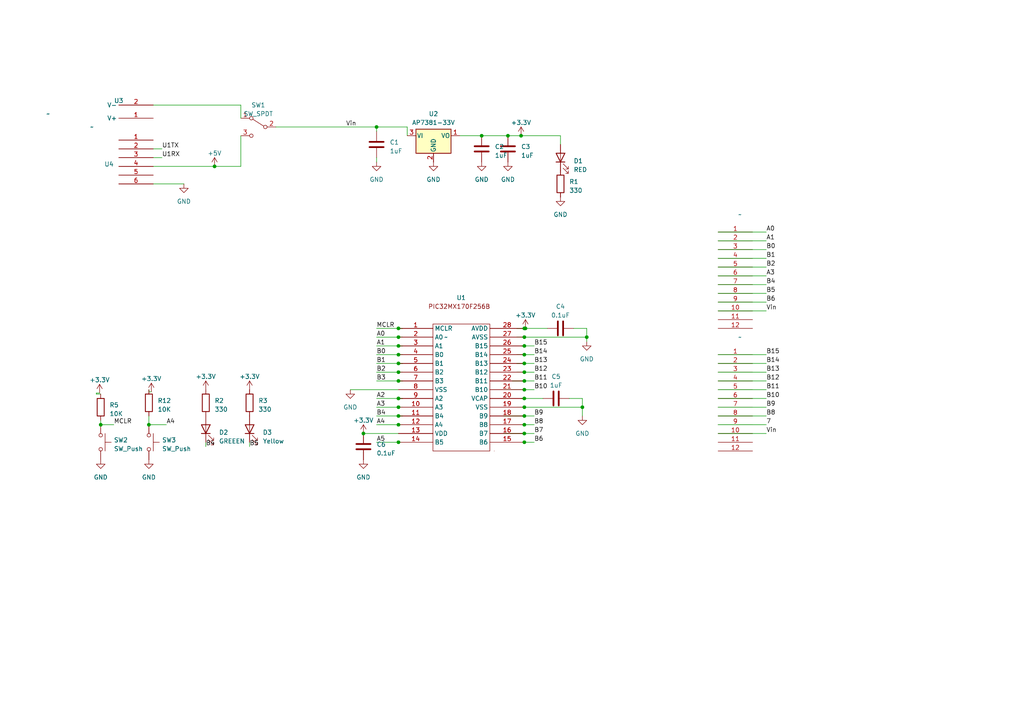
<source format=kicad_sch>
(kicad_sch (version 20230121) (generator eeschema)
  (paper "A4")
  (lib_symbols
    (symbol "Device:C" (pin_numbers hide) (pin_names (offset 0.254))
      (property "Reference" "C" (at 0.635 2.54 0))
      (property "Value" "C" (at 0.635 -2.54 0))
      (symbol "C_0_1"
        (polyline (pts (xy -2.032 -0.762) (xy 2.032 -0.762)) (stroke (width 0.508)))
        (polyline (pts (xy -2.032 0.762) (xy 2.032 0.762)) (stroke (width 0.508)))
      )
      (symbol "C_1_1"
        (pin passive line (at 0 3.81 270) (length 2.794) (name "~") (number "1"))
        (pin passive line (at 0 -3.81 90) (length 2.794) (name "~") (number "2"))
      )
    )
    (symbol "Device:LED" (pin_numbers hide) (pin_names (offset 1.016) hide)
      (property "Reference" "D" (at 0 2.54 0))
      (property "Value" "LED" (at 0 -2.54 0))
      (symbol "LED_0_1"
        (polyline (pts (xy -1.27 -1.27) (xy -1.27 1.27)) (stroke (width 0.254)))
        (polyline (pts (xy -1.27 0) (xy 1.27 0)))
        (polyline (pts (xy 1.27 -1.27) (xy 1.27 1.27) (xy -1.27 0) (xy 1.27 -1.27)) (stroke (width 0.254)))
        (polyline (pts (xy -3.048 -0.762) (xy -4.572 -2.286) (xy -3.81 -2.286) (xy -4.572 -2.286) (xy -4.572 -1.524)))
        (polyline (pts (xy -1.778 -0.762) (xy -3.302 -2.286) (xy -2.54 -2.286) (xy -3.302 -2.286) (xy -3.302 -1.524)))
      )
      (symbol "LED_1_1"
        (pin passive line (at -3.81 0 0) (length 2.54) (name "K") (number "1"))
        (pin passive line (at 3.81 0 180) (length 2.54) (name "A") (number "2"))
      )
    )
    (symbol "Device:R" (pin_numbers hide) (pin_names (offset 0))
      (property "Reference" "R" (at 2.032 0 90))
      (property "Value" "R" (at 0 0 90))
      (symbol "R_0_1"
        (rectangle (start -1.016 -2.54) (end 1.016 2.54) (stroke (width 0.254)))
      )
      (symbol "R_1_1"
        (pin passive line (at 0 3.81 270) (length 1.27) (name "~") (number "1"))
        (pin passive line (at 0 -3.81 90) (length 1.27) (name "~") (number "2"))
      )
    )
    (symbol "Switch:SW_Push" (pin_numbers hide) (pin_names (offset 1.016) hide)
      (property "Reference" "SW" (at 1.27 2.54 0))
      (property "Value" "SW_Push" (at 0 -1.524 0))
      (symbol "SW_Push_0_1"
        (circle (center -2.032 0) (radius 0.508))
        (polyline (pts (xy 0 1.27) (xy 0 3.048)))
        (polyline (pts (xy 2.54 1.27) (xy -2.54 1.27)))
        (circle (center 2.032 0) (radius 0.508))
        (pin passive line (at -5.08 0 0) (length 2.54) (name "1") (number "1"))
        (pin passive line (at 5.08 0 180) (length 2.54) (name "2") (number "2"))
      )
    )
    (symbol "Switch:SW_SPDT" (pin_names (offset 0) hide)
      (property "Reference" "SW" (at 0 4.318 0))
      (property "Value" "SW_SPDT" (at 0 -5.08 0))
      (symbol "SW_SPDT_0_0"
        (circle (center -2.032 0) (radius 0.508))
        (circle (center 2.032 -2.54) (radius 0.508))
      )
      (symbol "SW_SPDT_0_1"
        (polyline (pts (xy -1.524 0.254) (xy 1.651 2.286)))
        (circle (center 2.032 2.54) (radius 0.508))
      )
      (symbol "SW_SPDT_1_1"
        (pin passive line (at 5.08 2.54 180) (length 2.54) (name "A") (number "1"))
        (pin passive line (at -5.08 0 0) (length 2.54) (name "B") (number "2"))
        (pin passive line (at 5.08 -2.54 180) (length 2.54) (name "C") (number "3"))
      )
    )
    (symbol "pic:AP7381-33V" (pin_names (offset 0.254))
      (property "Reference" "U" (at -3.81 3.175 0))
      (property "Value" "AP7381-33V" (at 0 3.175 0))
      (symbol "AP7381-33V_0_1"
        (rectangle (start -5.08 1.905) (end 5.08 -5.08) (stroke (width 0.254)) (fill (type background)))
      )
      (symbol "AP7381-33V_1_1"
        (pin power_out line (at 7.62 0 180) (length 2.54) (name "VO") (number "1"))
        (pin power_in line (at 0 -7.62 90) (length 2.54) (name "GND") (number "2"))
        (pin power_in line (at -7.62 0 0) (length 2.54) (name "VI") (number "3"))
      )
    )
    (symbol "pic:Battery"
      (property "Reference" "U" (at 0 0 0))
      (symbol "Battery_1_1"
        (pin input line (at -17.78 -2.54 0) (length 10) (name "V+") (number "1"))
        (pin input line (at -17.78 -6.35 0) (length 10) (name "V-") (number "2"))
      )
    )
    (symbol "pic:C" (pin_numbers hide) (pin_names (offset 0.254))
      (property "Reference" "C" (at 0.635 2.54 0))
      (property "Value" "C" (at 0.635 -2.54 0))
      (symbol "C_0_1"
        (polyline (pts (xy -2.032 -0.762) (xy 2.032 -0.762)) (stroke (width 0.508)))
        (polyline (pts (xy -2.032 0.762) (xy 2.032 0.762)) (stroke (width 0.508)))
      )
      (symbol "C_1_1"
        (pin passive line (at 0 3.81 270) (length 2.794) (name "~") (number "1"))
        (pin passive line (at 0 -3.81 90) (length 2.794) (name "~") (number "2"))
      )
    )
    (symbol "pic:CP2102"
      (property "Reference" "U" (at 0 0 0))
      (symbol "CP2102_1_1"
        (pin input line (at -30.48 -7.62 0) (length 10) (name "") (number "1"))
        (pin input line (at -30.48 -10.16 0) (length 10) (name "") (number "2"))
        (pin input line (at -30.48 -12.7 0) (length 10) (name "") (number "3"))
        (pin input line (at -30.48 -15.24 0) (length 10) (name "") (number "4"))
        (pin input line (at -30.48 -17.78 0) (length 10) (name "") (number "5"))
        (pin input line (at -30.48 -20.32 0) (length 10) (name "") (number "6"))
      )
    )
    (symbol "pic:GND" (power) (pin_names (offset 0))
      (property "Value" "GND" (at 0 -3.81 0))
      (symbol "GND_0_1"
        (polyline (pts (xy 0 0) (xy 0 -1.27) (xy 1.27 -1.27) (xy 0 -2.54) (xy -1.27 -1.27) (xy 0 -1.27)))
      )
      (symbol "GND_1_1"
        (pin power_in line (at 0 0 270) (length 0) hide (name "GND") (number "1"))
      )
    )
    (symbol "pic:PIC32MX170"
      (property "Reference" "U" (at 1.11 19.05 0))
      (symbol "PIC32MX170_0_1"
        (rectangle (start -7.78 17.78) (end 8.73 -19.05))
        (rectangle (start 10 -19.05) (end 10 -19.05))
      )
      (symbol "PIC32MX170_1_1"
        (text "PIC32MX170F256B" (at -0.16 22.86 0) (effects (font (size 1.27 1.27))))
        (pin input line (at -17.78 16.51 0) (length 10) (name "MCLR") (number "1"))
        (pin input line (at -17.78 -6.35 0) (length 10) (name "A3") (number "10"))
        (pin input line (at -17.78 -8.89 0) (length 10) (name "B4") (number "11"))
        (pin input line (at -17.78 -11.43 0) (length 10) (name "A4") (number "12"))
        (pin input line (at -17.78 -13.97 0) (length 10) (name "VDD") (number "13"))
        (pin input line (at -17.78 -16.51 0) (length 10) (name "B5") (number "14"))
        (pin input line (at 18.73 -16.51 180) (length 10) (name "B6") (number "15"))
        (pin input line (at 18.73 -13.97 180) (length 10) (name "B7") (number "16"))
        (pin input line (at 18.73 -11.43 180) (length 10) (name "B8") (number "17"))
        (pin input line (at 18.73 -8.89 180) (length 10) (name "B9") (number "18"))
        (pin input line (at 18.73 -6.35 180) (length 10) (name "VSS") (number "19"))
        (pin input line (at -17.78 13.97 0) (length 10) (name "A0") (number "2"))
        (pin input line (at 18.73 -3.81 180) (length 10) (name "VCAP") (number "20"))
        (pin input line (at 18.73 -1.27 180) (length 10) (name "B10") (number "21"))
        (pin input line (at 18.73 1.27 180) (length 10) (name "B11") (number "22"))
        (pin input line (at 18.73 3.81 180) (length 10) (name "B12") (number "23"))
        (pin input line (at 18.73 6.35 180) (length 10) (name "B13") (number "24"))
        (pin input line (at 18.73 8.89 180) (length 10) (name "B14") (number "25"))
        (pin input line (at 18.73 11.43 180) (length 10) (name "B15") (number "26"))
        (pin input line (at 18.73 13.97 180) (length 10) (name "AVSS") (number "27"))
        (pin input line (at 18.73 16.51 180) (length 10) (name "AVDD") (number "28"))
        (pin input line (at -17.78 11.43 0) (length 10) (name "A1") (number "3"))
        (pin input line (at -17.78 8.89 0) (length 10) (name "B0") (number "4"))
        (pin input line (at -17.78 6.35 0) (length 10) (name "B1") (number "5"))
        (pin input line (at -17.78 3.81 0) (length 10) (name "B2") (number "6"))
        (pin input line (at -17.78 1.27 0) (length 10) (name "B3") (number "7"))
        (pin input line (at -17.78 -1.27 0) (length 10) (name "VSS") (number "8"))
        (pin input line (at -17.78 -3.81 0) (length 10) (name "A2") (number "9"))
      )
    )
    (symbol "pic:Right"
      (property "Reference" "U" (at 0 0 0))
      (symbol "Right_0_0"
        (text "" (at 18.415 -9.525 0) (effects (font (size 1.27 1.27))))
      )
      (symbol "Right_1_1"
        (pin input line (at -6.35 -5.08 0) (length 10) (name "") (number "1"))
        (pin input line (at -6.35 -27.94 0) (length 10) (name "") (number "10"))
        (pin input line (at -6.35 -30.48 0) (length 10) (name "") (number "11"))
        (pin input line (at -6.35 -33.02 0) (length 10) (name "") (number "12"))
        (pin input line (at -6.35 -7.62 0) (length 10) (name "") (number "2"))
        (pin input line (at -6.35 -10.16 0) (length 10) (name "") (number "3"))
        (pin input line (at -6.35 -12.7 0) (length 10) (name "") (number "4"))
        (pin input line (at -6.35 -15.24 0) (length 10) (name "") (number "5"))
        (pin input line (at -6.35 -17.78 0) (length 10) (name "") (number "6"))
        (pin input line (at -6.35 -20.32 0) (length 10) (name "") (number "7"))
        (pin input line (at -6.35 -22.86 0) (length 10) (name "") (number "8"))
        (pin input line (at -6.35 -25.4 0) (length 10) (name "") (number "9"))
      )
    )
    (symbol "power:+3.3V" (power) (pin_names (offset 0))
      (property "Value" "+3.3V" (at 0 3.556 0))
      (symbol "+3.3V_0_1"
        (polyline (pts (xy -0.762 1.27) (xy 0 2.54)))
        (polyline (pts (xy 0 0) (xy 0 2.54)))
        (polyline (pts (xy 0 2.54) (xy 0.762 1.27)))
      )
      (symbol "+3.3V_1_1"
        (pin power_in line (at 0 0 90) (length 0) hide (name "+3.3V") (number "1"))
      )
    )
    (symbol "power:+5V" (power) (pin_names (offset 0))
      (property "Value" "+5V" (at 0 3.556 0))
      (symbol "+5V_0_1"
        (polyline (pts (xy -0.762 1.27) (xy 0 2.54)))
        (polyline (pts (xy 0 0) (xy 0 2.54)))
        (polyline (pts (xy 0 2.54) (xy 0.762 1.27)))
      )
      (symbol "+5V_1_1"
        (pin power_in line (at 0 0 90) (length 0) hide (name "+5V") (number "1"))
      )
    )
  )
  (junction (at 152.08 120.65))
  (junction (at 152.08 97.79))
  (junction (at 105.41 125.73))
  (junction (at 152.08 113.03))
  (junction (at 139.7 39.37))
  (junction (at 152.08 118.11))
  (junction (at 147.32 39.37))
  (junction (at 115.57 107.95))
  (junction (at 115.57 120.65))
  (junction (at 115.57 128.27))
  (junction (at 115.57 123.19))
  (junction (at 115.57 118.11))
  (junction (at 152.08 123.19))
  (junction (at 152.08 115.57))
  (junction (at 115.57 97.79))
  (junction (at 115.57 115.57))
  (junction (at 115.57 100.33))
  (junction (at 152.08 107.95))
  (junction (at 151.13 39.37))
  (junction (at 152.4 95.25))
  (junction (at 43.18 123.19))
  (junction (at 109.22 36.83))
  (junction (at 152.08 102.87))
  (junction (at 152.08 105.41))
  (junction (at 62.23 48.26))
  (junction (at 115.57 102.87))
  (junction (at 170.18 97.79))
  (junction (at 152.08 125.73))
  (junction (at 115.57 95.25))
  (junction (at 168.91 118.11))
  (junction (at 152.08 95.25))
  (junction (at 152.08 100.33))
  (junction (at 115.57 110.49))
  (junction (at 115.57 105.41))
  (junction (at 152.08 110.49))
  (junction (at 29.21 123.19))
  (junction (at 152.08 128.27))
  (wire (pts (xy 44.45 43.18) (xy 46.99 43.18)))
  (wire (pts (xy 152.08 128.27) (xy 154.94 128.27)))
  (wire (pts (xy 149.86 118.11) (xy 152.08 118.11)))
  (wire (pts (xy 152.08 100.33) (xy 154.94 100.33)))
  (wire (pts (xy 152.08 125.73) (xy 154.94 125.73)))
  (wire (pts (xy 44.45 53.34) (xy 53.34 53.34)))
  (wire (pts (xy 208.28 123.19) (xy 222.25 123.19)))
  (wire (pts (xy 166.37 95.25) (xy 170.18 95.25)))
  (wire (pts (xy 148.59 110.49) (xy 152.08 110.49)))
  (wire (pts (xy 109.22 45.72) (xy 109.22 46.99)))
  (wire (pts (xy 208.28 87.63) (xy 222.25 87.63)))
  (wire (pts (xy 109.22 105.41) (xy 115.57 105.41)))
  (wire (pts (xy 27.94 114.3) (xy 27.94 114.0028)))
  (wire (pts (xy 208.28 102.87) (xy 222.25 102.87)))
  (wire (pts (xy 152.08 97.79) (xy 170.18 97.79)))
  (wire (pts (xy 44.45 45.72) (xy 46.99 45.72)))
  (wire (pts (xy 115.57 120.65) (xy 116.84 120.65)))
  (wire (pts (xy 115.57 102.87) (xy 116.84 102.87)))
  (wire (pts (xy 48.26 123.19) (xy 43.18 123.19)))
  (wire (pts (xy 208.28 67.31) (xy 222.25 67.31)))
  (wire (pts (xy 109.22 128.27) (xy 115.57 128.27)))
  (wire (pts (xy 109.22 100.33) (xy 115.57 100.33)))
  (wire (pts (xy 69.85 48.26) (xy 69.85 39.37)))
  (wire (pts (xy 151.13 115.57) (xy 152.08 115.57)))
  (wire (pts (xy 27.94 114.0028) (xy 28.8867 114.0028)))
  (wire (pts (xy 105.41 125.73) (xy 115.57 125.73)))
  (wire (pts (xy 109.22 36.83) (xy 109.22 38.1)))
  (wire (pts (xy 109.22 102.87) (xy 115.57 102.87)))
  (wire (pts (xy 208.28 125.73) (xy 222.25 125.73)))
  (wire (pts (xy 208.28 90.17) (xy 222.25 90.17)))
  (wire (pts (xy 115.57 95.25) (xy 116.84 95.25)))
  (wire (pts (xy 208.28 105.41) (xy 222.25 105.41)))
  (wire (pts (xy 208.28 113.03) (xy 222.25 113.03)))
  (wire (pts (xy 115.57 107.95) (xy 116.84 107.95)))
  (wire (pts (xy 152.08 102.87) (xy 154.94 102.87)))
  (wire (pts (xy 152.08 110.49) (xy 154.94 110.49)))
  (wire (pts (xy 165.1 115.57) (xy 168.91 115.57)))
  (wire (pts (xy 115.57 97.79) (xy 116.84 97.79)))
  (wire (pts (xy 146.05 123.19) (xy 152.08 123.19)))
  (wire (pts (xy 43.18 113.03) (xy 43.18 113.6618)))
  (wire (pts (xy 170.18 97.79) (xy 170.18 99.06)))
  (wire (pts (xy 162.56 39.37) (xy 162.56 41.91)))
  (wire (pts (xy 109.22 118.11) (xy 115.57 118.11)))
  (wire (pts (xy 146.05 128.27) (xy 152.08 128.27)))
  (wire (pts (xy 29.21 114.3) (xy 27.94 114.3)))
  (wire (pts (xy 152.4 95.25) (xy 158.75 95.25)))
  (wire (pts (xy 29.21 121.92) (xy 29.21 123.19)))
  (wire (pts (xy 152.08 123.19) (xy 154.94 123.19)))
  (wire (pts (xy 109.22 95.25) (xy 115.57 95.25)))
  (wire (pts (xy 146.05 125.73) (xy 152.08 125.73)))
  (wire (pts (xy 208.28 80.01) (xy 222.25 80.01)))
  (wire (pts (xy 109.22 110.49) (xy 115.57 110.49)))
  (wire (pts (xy 208.28 85.09) (xy 222.25 85.09)))
  (wire (pts (xy 33.02 123.19) (xy 29.21 123.19)))
  (wire (pts (xy 152.08 107.95) (xy 154.94 107.95)))
  (wire (pts (xy 208.28 110.49) (xy 222.25 110.49)))
  (wire (pts (xy 101.6 113.03) (xy 115.57 113.03)))
  (wire (pts (xy 152.08 115.57) (xy 157.48 115.57)))
  (wire (pts (xy 146.05 120.65) (xy 152.08 120.65)))
  (wire (pts (xy 149.86 105.41) (xy 152.08 105.41)))
  (wire (pts (xy 152.08 105.41) (xy 154.94 105.41)))
  (wire (pts (xy 115.57 110.49) (xy 116.84 110.49)))
  (wire (pts (xy 208.28 72.39) (xy 222.25 72.39)))
  (wire (pts (xy 109.22 107.95) (xy 115.57 107.95)))
  (wire (pts (xy 149.86 107.95) (xy 152.08 107.95)))
  (wire (pts (xy 139.7 39.37) (xy 147.32 39.37)))
  (wire (pts (xy 115.57 115.57) (xy 116.84 115.57)))
  (wire (pts (xy 208.28 77.47) (xy 222.25 77.47)))
  (wire (pts (xy 208.28 74.93) (xy 222.25 74.93)))
  (wire (pts (xy 168.91 115.57) (xy 168.91 118.11)))
  (wire (pts (xy 149.86 97.79) (xy 152.08 97.79)))
  (wire (pts (xy 149.86 95.25) (xy 152.08 95.25)))
  (wire (pts (xy 44.45 30.48) (xy 69.85 30.48)))
  (wire (pts (xy 44.45 48.26) (xy 62.23 48.26)))
  (wire (pts (xy 149.86 102.87) (xy 152.08 102.87)))
  (wire (pts (xy 168.91 118.11) (xy 168.91 120.65)))
  (wire (pts (xy 147.32 39.37) (xy 151.13 39.37)))
  (wire (pts (xy 62.23 48.26) (xy 69.85 48.26)))
  (wire (pts (xy 208.28 118.11) (xy 222.25 118.11)))
  (wire (pts (xy 170.18 95.25) (xy 170.18 97.79)))
  (wire (pts (xy 133.35 39.37) (xy 139.7 39.37)))
  (wire (pts (xy 208.28 107.95) (xy 222.25 107.95)))
  (wire (pts (xy 72.39 128.27) (xy 72.39 129.54)))
  (wire (pts (xy 152.08 118.11) (xy 168.91 118.11)))
  (wire (pts (xy 151.13 100.33) (xy 152.08 100.33)))
  (wire (pts (xy 146.05 113.03) (xy 152.08 113.03)))
  (wire (pts (xy 208.28 69.85) (xy 222.25 69.85)))
  (wire (pts (xy 69.85 34.29) (xy 69.85 30.48)))
  (wire (pts (xy 115.57 123.19) (xy 116.84 123.19)))
  (wire (pts (xy 118.11 36.83) (xy 118.11 39.37)))
  (wire (pts (xy 152.08 113.03) (xy 154.94 113.03)))
  (wire (pts (xy 115.57 100.33) (xy 116.84 100.33)))
  (wire (pts (xy 43.18 120.65) (xy 43.18 123.19)))
  (wire (pts (xy 109.22 97.79) (xy 115.57 97.79)))
  (wire (pts (xy 80.01 36.83) (xy 109.22 36.83)))
  (wire (pts (xy 208.28 120.65) (xy 222.25 120.65)))
  (wire (pts (xy 152.08 120.65) (xy 154.94 120.65)))
  (wire (pts (xy 43.18 113.6618) (xy 43.8905 113.6618)))
  (wire (pts (xy 115.57 118.11) (xy 116.84 118.11)))
  (wire (pts (xy 208.28 115.57) (xy 222.25 115.57)))
  (wire (pts (xy 208.28 82.55) (xy 222.25 82.55)))
  (wire (pts (xy 59.69 128.27) (xy 59.69 129.54)))
  (wire (pts (xy 151.13 39.37) (xy 162.56 39.37)))
  (wire (pts (xy 109.22 120.65) (xy 115.57 120.65)))
  (wire (pts (xy 115.57 105.41) (xy 116.84 105.41)))
  (wire (pts (xy 109.22 36.83) (xy 118.11 36.83)))
  (wire (pts (xy 109.22 123.19) (xy 115.57 123.19)))
  (wire (pts (xy 115.57 128.27) (xy 116.84 128.27)))
  (wire (pts (xy 152.08 95.25) (xy 152.4 95.25)))
  (wire (pts (xy 109.22 115.57) (xy 115.57 115.57)))
  (label "A0" (at 109.22 97.79 0))
  (label "B1" (at 222.25 74.93 0))
  (label "B7" (at 154.94 125.73 0))
  (label "B15" (at 222.25 102.87 0))
  (label "B6" (at 154.94 128.27 0))
  (label "A3" (at 222.25 80.01 0))
  (label "B15" (at 154.94 100.33 0))
  (label "MCLR" (at 33.02 123.19 0))
  (label "B12" (at 222.25 110.49 0))
  (label "B14" (at 154.94 102.87 0))
  (label "B5" (at 222.25 85.09 0))
  (label "A1" (at 222.25 69.85 0))
  (label "A2" (at 109.22 115.57 0))
  (label "B5" (at 72.39 129.54 0))
  (label "B13" (at 154.94 105.41 0))
  (label "7" (at 222.25 123.19 0))
  (label "Vin" (at 222.25 90.17 0))
  (label "U1RX" (at 46.99 45.72 0))
  (label "B0" (at 109.22 102.87 0))
  (label "A5" (at 109.22 128.27 0))
  (label "B2" (at 222.25 77.47 0))
  (label "Vin" (at 100.33 36.83 0))
  (label "B0" (at 222.25 72.39 0))
  (label "B4" (at 109.22 120.65 0))
  (label "B4" (at 59.69 129.54 0))
  (label "B8" (at 154.94 123.19 0))
  (label "B11" (at 154.94 110.49 0))
  (label "A4" (at 109.22 123.19 0))
  (label "A3" (at 109.22 118.11 0))
  (label "B14" (at 222.25 105.41 0))
  (label "B2" (at 109.22 107.95 0))
  (label "B11" (at 222.25 113.03 0))
  (label "B9" (at 222.25 118.11 0))
  (label "B10" (at 154.94 113.03 0))
  (label "B8" (at 222.25 120.65 0))
  (label "B9" (at 154.94 120.65 0))
  (label "B1" (at 109.22 105.41 0))
  (label "B12" (at 154.94 107.95 0))
  (label "B4" (at 222.25 82.55 0))
  (label "Vin" (at 222.25 125.73 0))
  (label "A4" (at 48.26 123.19 0))
  (label "B10" (at 222.25 115.57 0))
  (label "B13" (at 222.25 107.95 0))
  (label "MCLR" (at 109.22 95.25 0))
  (label "B3" (at 109.22 110.49 0))
  (label "A0" (at 222.25 67.31 0))
  (label "B6" (at 222.25 87.63 0))
  (label "U1TX" (at 46.99 43.18 0))
  (label "A1" (at 109.22 100.33 0))
  (symbol (lib_id "pic:GND") (at 162.56 57.15 0) (unit 1)
    (property "Reference" "#PWR08" (effects hide))
    (property "Value" "GND" (at 162.56 62.23 0))
  )
  (symbol (lib_id "pic:Right") (at 214.63 97.79 0) (unit 1)
    (property "Reference" "U6" (at 234.95 116.84 0) (effects (font (size 0 0)) (justify left)))
    (property "Value" "~" (at 214.63 97.79 0))
    (property "Footprint" "Connector_PinSocket_2.54mm:PinSocket_1x12_P2.54mm_Vertical" (effects hide))
  )
  (symbol (lib_id "pic:GND") (at 101.6 113.03 0) (unit 1)
    (property "Reference" "#PWR010" (effects hide))
    (property "Value" "GND" (at 101.6 118.11 0))
  )
  (symbol (lib_id "Switch:SW_SPDT") (at 74.93 36.83 0) (mirror y) (unit 1)
    (property "Reference" "SW1" (at 74.93 30.48 0))
    (property "Value" "SW_SPDT" (at 74.93 33.02 0))
    (property "Footprint" "pic32board:slide2" (effects hide))
  )
  (symbol (lib_id "Device:C") (at 161.29 115.57 90) (unit 1)
    (property "Reference" "C5" (at 161.29 109.22 90))
    (property "Value" "1uF" (at 161.29 111.76 90))
    (property "Footprint" "Capacitor_THT:C_Disc_D3.8mm_W2.6mm_P2.50mm" (effects hide))
  )
  (symbol (lib_id "Device:C") (at 162.56 95.25 90) (unit 1)
    (property "Reference" "C4" (at 162.56 88.9 90))
    (property "Value" "0.1uF" (at 162.56 91.44 90))
    (property "Footprint" "Capacitor_THT:C_Disc_D3.8mm_W2.6mm_P2.50mm" (effects hide))
  )
  (symbol (lib_id "pic:GND") (at 43.18 133.35 0) (unit 1)
    (property "Reference" "#PWR020" (effects hide))
    (property "Value" "GND" (at 43.18 138.43 0))
  )
  (symbol (lib_id "Device:LED") (at 72.39 124.46 90) (unit 1)
    (property "Reference" "D3" (at 76.2 125.4125 90) (effects (justify right)))
    (property "Value" "Yellow" (at 76.2 127.9525 90) (effects (justify right)))
    (property "Footprint" "LED_THT:LED_D3.0mm" (effects hide))
  )
  (symbol (lib_id "Switch:SW_Push") (at 29.21 128.27 270) (unit 1)
    (property "Reference" "SW2" (at 33.02 127.635 90) (effects (justify left)))
    (property "Value" "SW_Push" (at 33.02 130.175 90) (effects (justify left)))
    (property "Footprint" "pic32board:push button" (effects hide))
  )
  (symbol (lib_id "pic:GND") (at 29.21 133.35 0) (unit 1)
    (property "Reference" "#PWR019" (effects hide))
    (property "Value" "GND" (at 29.21 138.43 0))
  )
  (symbol (lib_id "power:+3.3V") (at 28.8867 114.0028 0) (unit 1)
    (property "Reference" "#PWR018" (effects hide))
    (property "Value" "+3.3V" (at 28.8867 110.1928 0))
  )
  (symbol (lib_id "pic:GND") (at 53.34 53.34 0) (unit 1)
    (property "Reference" "#PWR02" (effects hide))
    (property "Value" "GND" (at 53.34 58.42 0))
  )
  (symbol (lib_id "pic:C") (at 147.32 43.18 0) (unit 1)
    (property "Reference" "C3" (at 151.13 42.545 0) (effects (justify left)))
    (property "Value" "1uF" (at 151.13 45.085 0) (effects (justify left)))
    (property "Footprint" "Capacitor_THT:C_Disc_D3.8mm_W2.6mm_P2.50mm" (effects hide))
  )
  (symbol (lib_id "Device:LED") (at 162.56 45.72 90) (unit 1)
    (property "Reference" "D1" (at 166.37 46.6725 90) (effects (justify right)))
    (property "Value" "RED" (at 166.37 49.2125 90) (effects (justify right)))
    (property "Footprint" "LED_THT:LED_D3.0mm" (effects hide))
  )
  (symbol (lib_id "Device:R") (at 59.69 116.84 0) (unit 1)
    (property "Reference" "R2" (at 62.23 116.205 0) (effects (justify left)))
    (property "Value" "330" (at 62.23 118.745 0) (effects (justify left)))
    (property "Footprint" "Resistor_THT:R_Axial_DIN0207_L6.3mm_D2.5mm_P7.62mm_Horizontal" (effects hide))
  )
  (symbol (lib_id "pic:PIC32MX170") (at 133.35 111.76 0) (unit 1)
    (property "Reference" "U1" (at 133.7742 86.36 0))
    (property "Value" "~" (at 129.38 97.79 0))
    (property "Footprint" "Package_DIP:DIP-28_W7.62mm_Socket" (effects hide))
  )
  (symbol (lib_id "power:+5V") (at 62.23 48.26 0) (unit 1)
    (property "Reference" "#PWR01" (effects hide))
    (property "Value" "+5V" (at 62.23 44.45 0))
  )
  (symbol (lib_id "pic:GND") (at 170.18 99.06 0) (unit 1)
    (property "Reference" "#PWR09" (effects hide))
    (property "Value" "GND" (at 170.18 104.14 0))
  )
  (symbol (lib_id "pic:GND") (at 139.7 46.99 0) (unit 1)
    (property "Reference" "#PWR04" (effects hide))
    (property "Value" "GND" (at 139.7 52.07 0))
  )
  (symbol (lib_id "power:+3.3V") (at 151.13 39.37 0) (unit 1)
    (property "Reference" "#PWR06" (effects hide))
    (property "Value" "+3.3V" (at 151.13 35.56 0))
  )
  (symbol (lib_id "power:+3.3V") (at 105.41 125.73 0) (unit 1)
    (property "Reference" "#PWR013" (effects hide))
    (property "Value" "+3.3V" (at 105.41 121.92 0))
  )
  (symbol (lib_id "pic:Right") (at 214.63 62.23 0) (unit 1)
    (property "Reference" "U5" (at 234.95 81.28 0) (effects (font (size 0 0)) (justify left)))
    (property "Value" "~" (at 214.63 62.23 0))
    (property "Footprint" "Connector_PinSocket_2.54mm:PinSocket_1x12_P2.54mm_Vertical" (effects hide))
  )
  (symbol (lib_id "power:+3.3V") (at 59.69 113.03 0) (unit 1)
    (property "Reference" "#PWR015" (effects hide))
    (property "Value" "+3.3V" (at 59.69 109.22 0))
  )
  (symbol (lib_id "pic:Battery") (at 26.67 36.83 180) (unit 1)
    (property "Reference" "U3" (at 34.45 29.21 0))
    (property "Value" "~" (at 26.67 36.83 0))
    (property "Footprint" "Connector_PinSocket_2.54mm:PinSocket_1x02_P2.54mm_Vertical" (effects hide))
  )
  (symbol (lib_id "Switch:SW_Push") (at 43.18 128.27 270) (unit 1)
    (property "Reference" "SW3" (at 46.99 127.635 90) (effects (justify left)))
    (property "Value" "SW_Push" (at 46.99 130.175 90) (effects (justify left)))
    (property "Footprint" "pic32board:push button" (effects hide))
  )
  (symbol (lib_id "pic:GND") (at 168.91 120.65 0) (unit 1)
    (property "Reference" "#PWR012" (effects hide))
    (property "Value" "GND" (at 168.91 125.73 0))
  )
  (symbol (lib_id "pic:GND") (at 105.41 133.35 0) (unit 1)
    (property "Reference" "#PWR014" (effects hide))
    (property "Value" "GND" (at 105.41 138.43 0))
  )
  (symbol (lib_id "Device:R") (at 43.18 116.84 0) (unit 1)
    (property "Reference" "R12" (at 45.72 116.205 0) (effects (justify left)))
    (property "Value" "10K" (at 45.72 118.745 0) (effects (justify left)))
    (property "Footprint" "Resistor_THT:R_Axial_DIN0207_L6.3mm_D2.5mm_P7.62mm_Horizontal" (effects hide))
  )
  (symbol (lib_id "pic:C") (at 139.7 43.18 0) (unit 1)
    (property "Reference" "C2" (at 143.51 42.545 0) (effects (justify left)))
    (property "Value" "1uF" (at 143.51 45.085 0) (effects (justify left)))
    (property "Footprint" "Capacitor_THT:C_Disc_D3.8mm_W2.6mm_P2.50mm" (effects hide))
  )
  (symbol (lib_id "power:+3.3V") (at 43.8905 113.6618 0) (unit 1)
    (property "Reference" "#PWR017" (effects hide))
    (property "Value" "+3.3V" (at 43.8905 109.8518 0))
  )
  (symbol (lib_id "Device:C") (at 105.41 129.54 180) (unit 1)
    (property "Reference" "C6" (at 109.22 128.905 0) (effects (justify right)))
    (property "Value" "0.1uF" (at 109.22 131.445 0) (effects (justify right)))
    (property "Footprint" "Capacitor_THT:C_Disc_D3.8mm_W2.6mm_P2.50mm" (effects hide))
  )
  (symbol (lib_id "Device:R") (at 72.39 116.84 0) (unit 1)
    (property "Reference" "R3" (at 74.93 116.205 0) (effects (justify left)))
    (property "Value" "330" (at 74.93 118.745 0) (effects (justify left)))
    (property "Footprint" "Resistor_THT:R_Axial_DIN0207_L6.3mm_D2.5mm_P7.62mm_Horizontal" (effects hide))
  )
  (symbol (lib_id "Device:R") (at 162.56 53.34 0) (unit 1)
    (property "Reference" "R1" (at 165.1 52.705 0) (effects (justify left)))
    (property "Value" "330" (at 165.1 55.245 0) (effects (justify left)))
    (property "Footprint" "Resistor_THT:R_Axial_DIN0207_L6.3mm_D2.5mm_P7.62mm_Horizontal" (effects hide))
  )
  (symbol (lib_id "pic:GND") (at 109.22 46.99 0) (unit 1)
    (property "Reference" "#PWR05" (effects hide))
    (property "Value" "GND" (at 109.22 52.07 0))
  )
  (symbol (lib_id "power:+3.3V") (at 72.39 113.03 0) (unit 1)
    (property "Reference" "#PWR016" (effects hide))
    (property "Value" "+3.3V" (at 72.39 109.22 0))
  )
  (symbol (lib_id "pic:GND") (at 147.32 46.99 0) (unit 1)
    (property "Reference" "#PWR07" (effects hide))
    (property "Value" "GND" (at 147.32 52.07 0))
  )
  (symbol (lib_id "Device:LED") (at 59.69 124.46 90) (unit 1)
    (property "Reference" "D2" (at 63.5 125.4125 90) (effects (justify right)))
    (property "Value" "GREEEN" (at 63.5 127.9525 90) (effects (justify right)))
    (property "Footprint" "LED_THT:LED_D3.0mm" (effects hide))
  )
  (symbol (lib_id "pic:AP7381-33V") (at 125.73 39.37 0) (unit 1)
    (property "Reference" "U2" (at 125.73 33.02 0))
    (property "Value" "AP7381-33V" (at 125.73 35.56 0))
    (property "Footprint" "Package_TO_SOT_THT:TO-92L_Inline" (effects hide))
    (property "Datasheet" "https://www.diodes.com/assets/Datasheets/AP7384.pdf" (effects hide))
  )
  (symbol (lib_id "pic:GND") (at 125.73 46.99 0) (unit 1)
    (property "Reference" "#PWR03" (effects hide))
    (property "Value" "GND" (at 125.73 52.07 0))
  )
  (symbol (lib_id "Device:R") (at 29.21 118.11 0) (unit 1)
    (property "Reference" "R5" (at 31.75 117.475 0) (effects (justify left)))
    (property "Value" "10K" (at 31.75 120.015 0) (effects (justify left)))
    (property "Footprint" "Resistor_THT:R_Axial_DIN0207_L6.3mm_D2.5mm_P7.62mm_Horizontal" (effects hide))
  )
  (symbol (lib_id "power:+3.3V") (at 152.4 95.25 0) (unit 1)
    (property "Reference" "#PWR011" (effects hide))
    (property "Value" "+3.3V" (at 152.4 91.44 0))
  )
  (symbol (lib_id "pic:CP2102") (at 13.97 33.02 0) (mirror y) (unit 1)
    (property "Reference" "U4" (at 33.02 47.625 0) (effects (justify left)))
    (property "Value" "~" (at 13.97 33.02 0))
    (property "Footprint" "Connector_PinSocket_2.54mm:PinSocket_1x06_P2.54mm_Vertical" (effects hide))
  )
  (symbol (lib_id "pic:C") (at 109.22 41.91 0) (unit 1)
    (property "Reference" "C1" (at 113.03 41.275 0) (effects (justify left)))
    (property "Value" "1uF" (at 113.03 43.815 0) (effects (justify left)))
    (property "Footprint" "Capacitor_THT:C_Disc_D3.8mm_W2.6mm_P2.50mm" (effects hide))
  )
)
</source>
